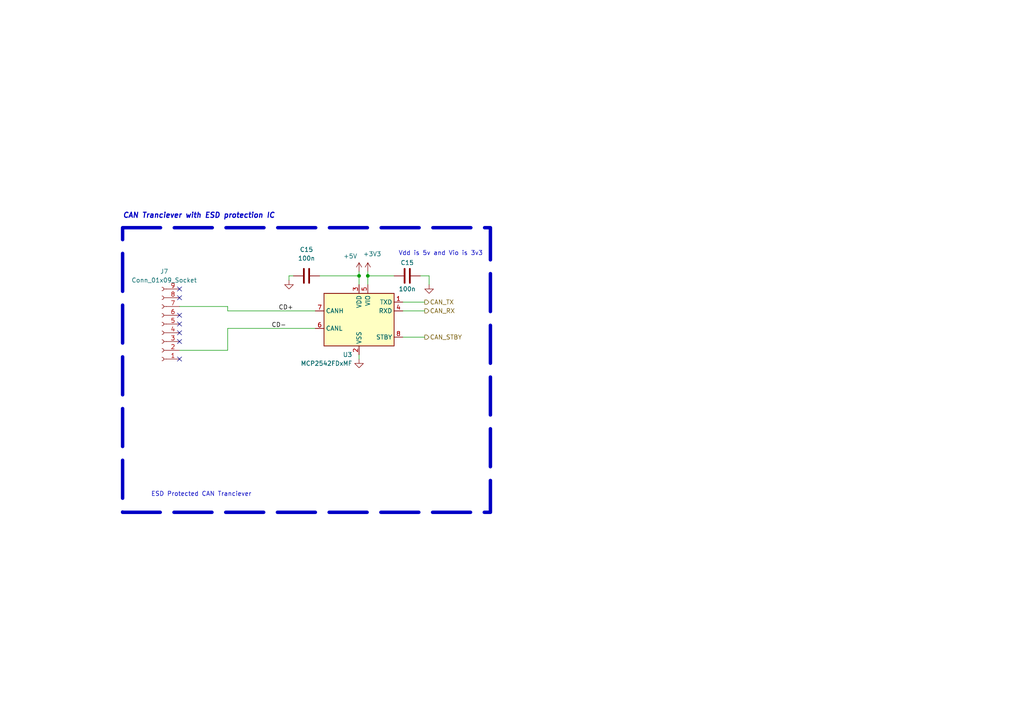
<source format=kicad_sch>
(kicad_sch (version 20230121) (generator eeschema)
  (paper "A4")
  (lib_symbols
    (symbol "Connector:Conn_01x09_Socket" (pin_names (offset 1.016) hide)
      (property "Reference" "J" (at 0 12.7 0))
      (property "Value" "Conn_01x09_Socket" (at 0 -12.7 0))
      (symbol "Conn_01x09_Socket_1_1"
        (arc (start 0 -9.652) (mid -0.5058 -10.16) (end 0 -10.668) (stroke (width 0.1524)))
        (arc (start 0 -7.112) (mid -0.5058 -7.62) (end 0 -8.128) (stroke (width 0.1524)))
        (arc (start 0 -4.572) (mid -0.5058 -5.08) (end 0 -5.588) (stroke (width 0.1524)))
        (arc (start 0 -2.032) (mid -0.5058 -2.54) (end 0 -3.048) (stroke (width 0.1524)))
        (polyline (pts (xy -1.27 -10.16) (xy -0.508 -10.16)) (stroke (width 0.1524)))
        (polyline (pts (xy -1.27 -7.62) (xy -0.508 -7.62)) (stroke (width 0.1524)))
        (polyline (pts (xy -1.27 -5.08) (xy -0.508 -5.08)) (stroke (width 0.1524)))
        (polyline (pts (xy -1.27 -2.54) (xy -0.508 -2.54)) (stroke (width 0.1524)))
        (polyline (pts (xy -1.27 0) (xy -0.508 0)) (stroke (width 0.1524)))
        (polyline (pts (xy -1.27 2.54) (xy -0.508 2.54)) (stroke (width 0.1524)))
        (polyline (pts (xy -1.27 5.08) (xy -0.508 5.08)) (stroke (width 0.1524)))
        (polyline (pts (xy -1.27 7.62) (xy -0.508 7.62)) (stroke (width 0.1524)))
        (polyline (pts (xy -1.27 10.16) (xy -0.508 10.16)) (stroke (width 0.1524)))
        (arc (start 0 0.508) (mid -0.5058 0) (end 0 -0.508) (stroke (width 0.1524)))
        (arc (start 0 3.048) (mid -0.5058 2.54) (end 0 2.032) (stroke (width 0.1524)))
        (arc (start 0 5.588) (mid -0.5058 5.08) (end 0 4.572) (stroke (width 0.1524)))
        (arc (start 0 8.128) (mid -0.5058 7.62) (end 0 7.112) (stroke (width 0.1524)))
        (arc (start 0 10.668) (mid -0.5058 10.16) (end 0 9.652) (stroke (width 0.1524)))
        (pin passive line (at -5.08 10.16 0) (length 3.81) (name "Pin_1") (number "1"))
        (pin passive line (at -5.08 7.62 0) (length 3.81) (name "Pin_2") (number "2"))
        (pin passive line (at -5.08 5.08 0) (length 3.81) (name "Pin_3") (number "3"))
        (pin passive line (at -5.08 2.54 0) (length 3.81) (name "Pin_4") (number "4"))
        (pin passive line (at -5.08 0 0) (length 3.81) (name "Pin_5") (number "5"))
        (pin passive line (at -5.08 -2.54 0) (length 3.81) (name "Pin_6") (number "6"))
        (pin passive line (at -5.08 -5.08 0) (length 3.81) (name "Pin_7") (number "7"))
        (pin passive line (at -5.08 -7.62 0) (length 3.81) (name "Pin_8") (number "8"))
        (pin passive line (at -5.08 -10.16 0) (length 3.81) (name "Pin_9") (number "9"))
      )
    )
    (symbol "Device:C" (pin_numbers hide) (pin_names (offset 0.254))
      (property "Reference" "C" (at 0.635 2.54 0))
      (property "Value" "C" (at 0.635 -2.54 0))
      (symbol "C_0_1"
        (polyline (pts (xy -2.032 -0.762) (xy 2.032 -0.762)) (stroke (width 0.508)))
        (polyline (pts (xy -2.032 0.762) (xy 2.032 0.762)) (stroke (width 0.508)))
      )
      (symbol "C_1_1"
        (pin passive line (at 0 3.81 270) (length 2.794) (name "~") (number "1"))
        (pin passive line (at 0 -3.81 90) (length 2.794) (name "~") (number "2"))
      )
    )
    (symbol "Interface_CAN_LIN:MCP2542FDxMF"
      (property "Reference" "U" (at -10.16 8.89 0))
      (property "Value" "MCP2542FDxMF" (at 2.54 8.89 0))
      (symbol "MCP2542FDxMF_0_1"
        (rectangle (start -10.16 7.62) (end 10.16 -7.62) (stroke (width 0.254)) (fill (type background)))
      )
      (symbol "MCP2542FDxMF_1_1"
        (pin input line (at -12.7 5.08 0) (length 2.54) (name "TXD") (number "1"))
        (pin power_in line (at 0 -10.16 90) (length 2.54) (name "VSS") (number "2"))
        (pin power_in line (at 0 10.16 270) (length 2.54) (name "VDD") (number "3"))
        (pin output line (at -12.7 2.54 0) (length 2.54) (name "RXD") (number "4"))
        (pin power_in line (at -2.54 10.16 270) (length 2.54) (name "VIO") (number "5"))
        (pin bidirectional line (at 12.7 -2.54 180) (length 2.54) (name "CANL") (number "6"))
        (pin bidirectional line (at 12.7 2.54 180) (length 2.54) (name "CANH") (number "7"))
        (pin input line (at -12.7 -5.08 0) (length 2.54) (name "STBY") (number "8"))
        (pin passive line (at 0 -10.16 90) (length 2.54) hide (name "VSS") (number "9"))
      )
    )
    (symbol "power:+3V3" (power) (pin_names (offset 0))
      (property "Value" "+3V3" (at 0 3.556 0))
      (symbol "+3V3_0_1"
        (polyline (pts (xy -0.762 1.27) (xy 0 2.54)))
        (polyline (pts (xy 0 0) (xy 0 2.54)))
        (polyline (pts (xy 0 2.54) (xy 0.762 1.27)))
      )
      (symbol "+3V3_1_1"
        (pin power_in line (at 0 0 90) (length 0) hide (name "+3V3") (number "1"))
      )
    )
    (symbol "power:+5V" (power) (pin_names (offset 0))
      (property "Value" "+5V" (at 0 3.556 0))
      (symbol "+5V_0_1"
        (polyline (pts (xy -0.762 1.27) (xy 0 2.54)))
        (polyline (pts (xy 0 0) (xy 0 2.54)))
        (polyline (pts (xy 0 2.54) (xy 0.762 1.27)))
      )
      (symbol "+5V_1_1"
        (pin power_in line (at 0 0 90) (length 0) hide (name "+5V") (number "1"))
      )
    )
    (symbol "power:GND" (power) (pin_names (offset 0))
      (property "Value" "GND" (at 0 -3.81 0))
      (symbol "GND_0_1"
        (polyline (pts (xy 0 0) (xy 0 -1.27) (xy 1.27 -1.27) (xy 0 -2.54) (xy -1.27 -1.27) (xy 0 -1.27)))
      )
      (symbol "GND_1_1"
        (pin power_in line (at 0 0 270) (length 0) hide (name "GND") (number "1"))
      )
    )
  )
  (junction (at 104.14 80.01))
  (junction (at 106.68 80.01))
  (no_connect (at 52.07 96.52))
  (no_connect (at 52.07 83.82))
  (no_connect (at 52.07 93.98))
  (no_connect (at 52.07 104.14))
  (no_connect (at 52.07 86.36))
  (no_connect (at 52.07 99.06))
  (no_connect (at 52.07 91.44))
  (wire (pts (xy 52.07 88.9) (xy 66.04 88.9)))
  (wire (pts (xy 66.04 95.25) (xy 66.04 101.6)))
  (wire (pts (xy 116.84 87.63) (xy 123.19 87.63)))
  (wire (pts (xy 116.84 97.79) (xy 123.19 97.79)))
  (wire (pts (xy 124.46 80.01) (xy 121.92 80.01)))
  (wire (pts (xy 66.04 101.6) (xy 52.07 101.6)))
  (wire (pts (xy 124.46 82.55) (xy 124.46 80.01)))
  (wire (pts (xy 66.04 88.9) (xy 66.04 90.17)))
  (wire (pts (xy 83.82 80.01) (xy 83.82 81.28)))
  (wire (pts (xy 106.68 78.74) (xy 106.68 80.01)))
  (wire (pts (xy 85.09 80.01) (xy 83.82 80.01)))
  (wire (pts (xy 104.14 102.87) (xy 104.14 104.14)))
  (wire (pts (xy 66.04 95.25) (xy 91.44 95.25)))
  (wire (pts (xy 92.71 80.01) (xy 104.14 80.01)))
  (wire (pts (xy 116.84 90.17) (xy 123.19 90.17)))
  (wire (pts (xy 104.14 80.01) (xy 104.14 82.55)))
  (wire (pts (xy 106.68 80.01) (xy 106.68 82.55)))
  (wire (pts (xy 66.04 90.17) (xy 91.44 90.17)))
  (wire (pts (xy 106.68 80.01) (xy 114.3 80.01)))
  (wire (pts (xy 104.14 78.74) (xy 104.14 80.01)))
  (rectangle (start 35.56 66.04) (end 142.24 148.59) (stroke (width 1) (type dash)))
  (text "ESD Protected CAN Tranciever\n" (at 43.815 144.145 0) (effects (font (size 1.27 1.27)) (justify left bottom)))
  (text "Vdd is 5v and Vio is 3v3\n" (at 115.57 74.295 0) (effects (font (size 1.27 1.27)) (justify left bottom)))
  (text "CAN Tranciever with ESD protection IC" (at 35.56 63.5 0) (effects (font (size 1.5 1.5) (thickness 0.3) bold italic) (justify left bottom)))
  (label "CD+" (at 85.09 90.17 180))
  (label "CD-" (at 78.74 95.25 0))
  (hierarchical_label "CAN_RX" (shape output) (at 123.19 90.17 0))
  (hierarchical_label "CAN_TX" (shape output) (at 123.19 87.63 0))
  (hierarchical_label "CAN_STBY" (shape output) (at 123.19 97.79 0))
  (symbol (lib_id "Device:C") (at 118.11 80.01 270) (unit 1)
    (property "Reference" "C15" (at 118.11 76.2 90))
    (property "Value" "100n" (at 118.11 83.82 90))
    (property "Footprint" "Capacitor_SMD:C_0402_1005Metric" (effects hide))
    (instances (project "CAN-USB RF Module" (path "" (reference "C15") (unit 1)) (path "" (reference "C40") (unit 1))))
  )
  (symbol (lib_id "power:GND") (at 83.82 81.28 0) (unit 1)
    (property "Reference" "#PWR028" (effects hide))
    (property "Value" "GND" (effects hide))
    (instances (project "CAN-USB RF Module" (path "" (reference "#PWR028") (unit 1)) (path "" (reference "#PWR063") (unit 1))))
  )
  (symbol (lib_id "power:GND") (at 104.14 104.14 0) (unit 1)
    (property "Reference" "#PWR018" (effects hide))
    (property "Value" "GND" (effects hide))
    (instances (project "CAN-USB RF Module" (path "" (reference "#PWR018") (unit 1)) (path "" (reference "#PWR065") (unit 1))))
  )
  (symbol (lib_id "Device:C") (at 88.9 80.01 90) (unit 1)
    (property "Reference" "C15" (at 88.9 72.39 90))
    (property "Value" "100n" (at 88.9 74.93 90))
    (property "Footprint" "Capacitor_SMD:C_0402_1005Metric" (effects hide))
    (instances (project "CAN-USB RF Module" (path "" (reference "C15") (unit 1)) (path "" (reference "C39") (unit 1))))
  )
  (symbol (lib_id "power:GND") (at 124.46 82.55 0) (unit 1)
    (property "Reference" "#PWR028" (effects hide))
    (property "Value" "GND" (effects hide))
    (instances (project "CAN-USB RF Module" (path "" (reference "#PWR028") (unit 1)) (path "" (reference "#PWR067") (unit 1))))
  )
  (symbol (lib_id "power:+3V3") (at 106.68 78.74 0) (unit 1)
    (property "Reference" "#PWR066" (effects hide))
    (property "Value" "+3V3" (at 107.95 73.66 0))
  )
  (symbol (lib_id "Interface_CAN_LIN:MCP2542FDxMF") (at 104.14 92.71 0) (mirror y) (unit 1)
    (property "Reference" "U3" (at 102.1841 102.87 0) (effects (justify left)))
    (property "Value" "MCP2542FDxMF" (at 102.1841 105.41 0) (effects (justify left)))
    (property "Footprint" "Package_DFN_QFN:DFN-8-1EP_3x3mm_P0.65mm_EP1.55x2.4mm" (effects hide))
    (property "Datasheet" "http://ww1.microchip.com/downloads/en/DeviceDoc/MCP2542FD-4FD-MCP2542WFD-4WFD-Data-Sheet20005514B.pdf" (effects hide))
  )
  (symbol (lib_id "Connector:Conn_01x09_Socket") (at 46.99 93.98 180) (unit 1)
    (property "Reference" "J7" (at 47.625 78.74 0))
    (property "Value" "Conn_01x09_Socket" (at 47.625 81.28 0))
    (property "Footprint" "Connector_Dsub:DSUB-9_Female_Horizontal_P2.77x2.84mm_EdgePinOffset7.70mm_Housed_MountingHolesOffset9.12mm" (effects hide))
  )
  (symbol (lib_id "power:+5V") (at 104.14 78.74 0) (unit 1)
    (property "Reference" "#PWR064" (effects hide))
    (property "Value" "+5V" (at 101.6 74.295 0))
  )
)
</source>
